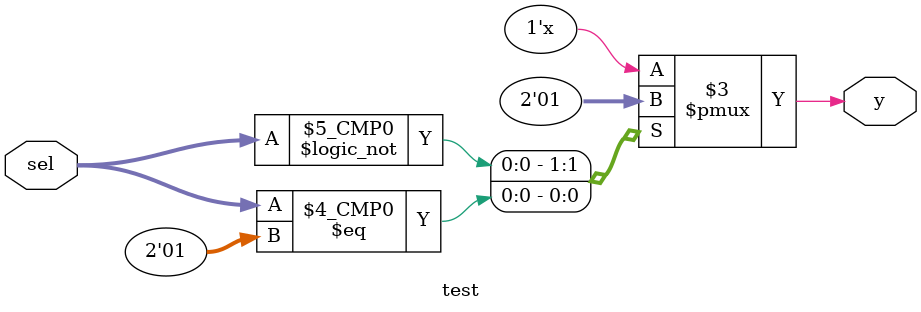
<source format=v>
module test(input [1:0] sel, output reg y);
always @(*) begin
  case(sel)
    2'b00: y = 0;
    2'b01: y = 1;
  endcase
end
endmodule

</source>
